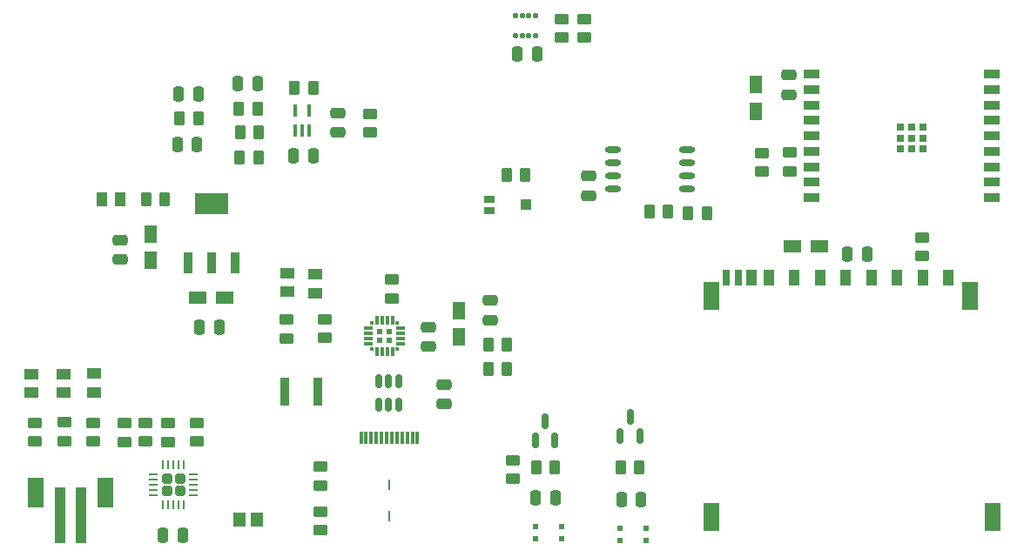
<source format=gbr>
%TF.GenerationSoftware,KiCad,Pcbnew,9.0.2*%
%TF.CreationDate,2025-06-28T16:23:08+05:30*%
%TF.ProjectId,ESP32 PCB,45535033-3220-4504-9342-2e6b69636164,rev?*%
%TF.SameCoordinates,Original*%
%TF.FileFunction,Paste,Top*%
%TF.FilePolarity,Positive*%
%FSLAX46Y46*%
G04 Gerber Fmt 4.6, Leading zero omitted, Abs format (unit mm)*
G04 Created by KiCad (PCBNEW 9.0.2) date 2025-06-28 16:23:08*
%MOMM*%
%LPD*%
G01*
G04 APERTURE LIST*
G04 Aperture macros list*
%AMRoundRect*
0 Rectangle with rounded corners*
0 $1 Rounding radius*
0 $2 $3 $4 $5 $6 $7 $8 $9 X,Y pos of 4 corners*
0 Add a 4 corners polygon primitive as box body*
4,1,4,$2,$3,$4,$5,$6,$7,$8,$9,$2,$3,0*
0 Add four circle primitives for the rounded corners*
1,1,$1+$1,$2,$3*
1,1,$1+$1,$4,$5*
1,1,$1+$1,$6,$7*
1,1,$1+$1,$8,$9*
0 Add four rect primitives between the rounded corners*
20,1,$1+$1,$2,$3,$4,$5,0*
20,1,$1+$1,$4,$5,$6,$7,0*
20,1,$1+$1,$6,$7,$8,$9,0*
20,1,$1+$1,$8,$9,$2,$3,0*%
G04 Aperture macros list end*
%ADD10O,1.600000X0.600000*%
%ADD11R,0.900000X0.300000*%
%ADD12R,0.400000X0.400000*%
%ADD13R,0.300000X0.900000*%
%ADD14R,0.540000X0.540000*%
%ADD15RoundRect,0.250000X0.450000X-0.262500X0.450000X0.262500X-0.450000X0.262500X-0.450000X-0.262500X0*%
%ADD16RoundRect,0.250000X-0.250000X-0.475000X0.250000X-0.475000X0.250000X0.475000X-0.250000X0.475000X0*%
%ADD17R,0.550000X0.570000*%
%ADD18R,1.000000X1.400000*%
%ADD19R,0.300000X1.200000*%
%ADD20R,0.200000X1.000000*%
%ADD21RoundRect,0.250000X0.250000X0.475000X-0.250000X0.475000X-0.250000X-0.475000X0.250000X-0.475000X0*%
%ADD22RoundRect,0.250000X0.262500X0.450000X-0.262500X0.450000X-0.262500X-0.450000X0.262500X-0.450000X0*%
%ADD23R,1.400000X1.000000*%
%ADD24R,1.230000X1.800000*%
%ADD25R,0.910000X2.810000*%
%ADD26RoundRect,0.250000X0.475000X-0.250000X0.475000X0.250000X-0.475000X0.250000X-0.475000X-0.250000X0*%
%ADD27RoundRect,0.250000X-0.262500X-0.450000X0.262500X-0.450000X0.262500X0.450000X-0.262500X0.450000X0*%
%ADD28R,1.200000X1.470000*%
%ADD29R,0.950000X2.150000*%
%ADD30R,3.250000X2.150000*%
%ADD31R,1.000000X5.500000*%
%ADD32R,1.600000X3.000000*%
%ADD33R,1.800000X1.230000*%
%ADD34RoundRect,0.250000X-0.450000X0.262500X-0.450000X-0.262500X0.450000X-0.262500X0.450000X0.262500X0*%
%ADD35RoundRect,0.250000X0.255000X0.255000X-0.255000X0.255000X-0.255000X-0.255000X0.255000X-0.255000X0*%
%ADD36RoundRect,0.062500X0.350000X0.062500X-0.350000X0.062500X-0.350000X-0.062500X0.350000X-0.062500X0*%
%ADD37RoundRect,0.062500X0.062500X0.350000X-0.062500X0.350000X-0.062500X-0.350000X0.062500X-0.350000X0*%
%ADD38R,1.100000X0.800000*%
%ADD39R,1.100000X1.000000*%
%ADD40RoundRect,0.150000X0.150000X-0.587500X0.150000X0.587500X-0.150000X0.587500X-0.150000X-0.587500X0*%
%ADD41RoundRect,0.150000X-0.150000X0.512500X-0.150000X-0.512500X0.150000X-0.512500X0.150000X0.512500X0*%
%ADD42RoundRect,0.056250X0.168750X-0.188750X0.168750X0.188750X-0.168750X0.188750X-0.168750X-0.188750X0*%
%ADD43RoundRect,0.250000X-0.475000X0.250000X-0.475000X-0.250000X0.475000X-0.250000X0.475000X0.250000X0*%
%ADD44R,1.500000X0.900000*%
%ADD45R,0.700000X0.700000*%
%ADD46RoundRect,0.100000X0.100000X-0.495000X0.100000X0.495000X-0.100000X0.495000X-0.100000X-0.495000X0*%
%ADD47R,1.000000X1.500000*%
%ADD48R,0.700000X1.500000*%
%ADD49R,1.500000X2.800000*%
G04 APERTURE END LIST*
D10*
%TO.C,U4*%
X212175000Y-100020000D03*
X212175000Y-101290000D03*
X212175000Y-102560000D03*
X212175000Y-103830000D03*
X204975000Y-103830000D03*
X204975000Y-102560000D03*
X204975000Y-101290000D03*
X204975000Y-100020000D03*
%TD*%
D11*
%TO.C,U3*%
X181200000Y-118900000D03*
X181200000Y-118400000D03*
X181200000Y-117900000D03*
X181200000Y-117400000D03*
D12*
X181500000Y-116900000D03*
D13*
X182000000Y-116600000D03*
X182500000Y-116600000D03*
X183000000Y-116600000D03*
X183500000Y-116600000D03*
D12*
X184000000Y-116900000D03*
D11*
X184300000Y-117400000D03*
X184300000Y-117900000D03*
X184300000Y-118400000D03*
X184300000Y-118900000D03*
D12*
X184000000Y-119400000D03*
D13*
X183500000Y-119700000D03*
X183000000Y-119700000D03*
X182500000Y-119700000D03*
X182000000Y-119700000D03*
D12*
X181500000Y-119400000D03*
D14*
X183200000Y-117700000D03*
X182300000Y-117700000D03*
X183200000Y-118600000D03*
X182300000Y-118600000D03*
%TD*%
D15*
%TO.C,R5*%
X154375000Y-128412500D03*
X154375000Y-126587500D03*
%TD*%
D16*
%TO.C,C15*%
X195650000Y-90675000D03*
X197550000Y-90675000D03*
%TD*%
D17*
%TO.C,S1*%
X205650000Y-136870000D03*
X208200000Y-136870000D03*
X205650000Y-138030000D03*
X208200000Y-138030000D03*
%TD*%
D18*
%TO.C,LED4*%
X157025000Y-104860000D03*
X155225000Y-104860000D03*
%TD*%
D19*
%TO.C,J1*%
X180450000Y-128015000D03*
X180950000Y-128015000D03*
X181450000Y-128015000D03*
X181950000Y-128015000D03*
X182450000Y-128015000D03*
X182950000Y-128015000D03*
X183450000Y-128015000D03*
X183950000Y-128015000D03*
X184450000Y-128015000D03*
X184950000Y-128015000D03*
X185450000Y-128015000D03*
X185950000Y-128015000D03*
D20*
X183200000Y-132595000D03*
X183200000Y-135695000D03*
%TD*%
D21*
%TO.C,C14*%
X229675000Y-110175000D03*
X227775000Y-110175000D03*
%TD*%
D22*
%TO.C,R29*%
X199312500Y-130950000D03*
X197487500Y-130950000D03*
%TD*%
D15*
%TO.C,R18*%
X235000000Y-110375000D03*
X235000000Y-108550000D03*
%TD*%
D23*
%TO.C,LED2*%
X151500000Y-123650000D03*
X151500000Y-121850000D03*
%TD*%
D21*
%TO.C,C20*%
X199350000Y-133850000D03*
X197450000Y-133850000D03*
%TD*%
D24*
%TO.C,C13*%
X218865000Y-93700000D03*
X218865000Y-96320000D03*
%TD*%
D25*
%TO.C,F1*%
X176245000Y-123575000D03*
X173005000Y-123575000D03*
%TD*%
D22*
%TO.C,R1X1*%
X214087500Y-106225000D03*
X212262500Y-106225000D03*
%TD*%
D23*
%TO.C,LED1*%
X148425000Y-123650000D03*
X148425000Y-121850000D03*
%TD*%
D26*
%TO.C,C9*%
X187000000Y-119175000D03*
X187000000Y-117275000D03*
%TD*%
D22*
%TO.C,R6*%
X161375000Y-104860000D03*
X159550000Y-104860000D03*
%TD*%
D15*
%TO.C,R31*%
X195200000Y-132062500D03*
X195200000Y-130237500D03*
%TD*%
D21*
%TO.C,C19*%
X207675000Y-134050000D03*
X205775000Y-134050000D03*
%TD*%
D24*
%TO.C,C3*%
X160000000Y-108190000D03*
X160000000Y-110810000D03*
%TD*%
D21*
%TO.C,C21*%
X170375000Y-93625000D03*
X168475000Y-93625000D03*
%TD*%
D24*
%TO.C,C8*%
X190000000Y-115640000D03*
X190000000Y-118260000D03*
%TD*%
D27*
%TO.C,R27*%
X194587500Y-102500000D03*
X196412500Y-102500000D03*
%TD*%
D15*
%TO.C,R16*%
X173225000Y-118350000D03*
X173225000Y-116525000D03*
%TD*%
D22*
%TO.C,R14*%
X210312500Y-106000000D03*
X208487500Y-106000000D03*
%TD*%
D28*
%TO.C,FB1*%
X168640000Y-136000000D03*
X170360000Y-136000000D03*
%TD*%
D29*
%TO.C,VR1*%
X163625000Y-111060000D03*
X165925000Y-111060000D03*
X168225000Y-111060000D03*
D30*
X165925000Y-105260000D03*
%TD*%
D16*
%TO.C,C18*%
X173900000Y-100610000D03*
X175800000Y-100610000D03*
%TD*%
D26*
%TO.C,C5*%
X188500000Y-124750000D03*
X188500000Y-122850000D03*
%TD*%
D22*
%TO.C,R25*%
X170525000Y-98325000D03*
X168700000Y-98325000D03*
%TD*%
D15*
%TO.C,R15*%
X176925000Y-118312500D03*
X176925000Y-116487500D03*
%TD*%
D27*
%TO.C,R30*%
X205712500Y-130950000D03*
X207537500Y-130950000D03*
%TD*%
%TO.C,R22*%
X174000000Y-94000000D03*
X175825000Y-94000000D03*
%TD*%
D31*
%TO.C,J3*%
X151200000Y-135600000D03*
X153200000Y-135600000D03*
D32*
X148800000Y-133350000D03*
X155600000Y-133350000D03*
%TD*%
D33*
%TO.C,C12*%
X225025000Y-109375000D03*
X222405000Y-109375000D03*
%TD*%
D15*
%TO.C,R17*%
X219425000Y-102150000D03*
X219425000Y-100325000D03*
%TD*%
D33*
%TO.C,C2*%
X167170000Y-114385000D03*
X164550000Y-114385000D03*
%TD*%
D15*
%TO.C,R9*%
X159500000Y-128412500D03*
X159500000Y-126587500D03*
%TD*%
%TO.C,R28*%
X181350000Y-98337500D03*
X181350000Y-96512500D03*
%TD*%
D34*
%TO.C,R2*%
X176470000Y-130832500D03*
X176470000Y-132657500D03*
%TD*%
D35*
%TO.C,U1*%
X162850000Y-133237500D03*
X162850000Y-131987500D03*
X161600000Y-133237500D03*
X161600000Y-131987500D03*
D36*
X164162500Y-133612500D03*
X164162500Y-133112500D03*
X164162500Y-132612500D03*
X164162500Y-132112500D03*
X164162500Y-131612500D03*
D37*
X163225000Y-130675000D03*
X162725000Y-130675000D03*
X162225000Y-130675000D03*
X161725000Y-130675000D03*
X161225000Y-130675000D03*
D36*
X160287500Y-131612500D03*
X160287500Y-132112500D03*
X160287500Y-132612500D03*
X160287500Y-133112500D03*
X160287500Y-133612500D03*
D37*
X161225000Y-134550000D03*
X161725000Y-134550000D03*
X162225000Y-134550000D03*
X162725000Y-134550000D03*
X163225000Y-134550000D03*
%TD*%
D15*
%TO.C,R8*%
X164500000Y-128412500D03*
X164500000Y-126587500D03*
%TD*%
D23*
%TO.C,LED6*%
X176000000Y-113962500D03*
X176000000Y-112162500D03*
%TD*%
D38*
%TO.C,Q1*%
X192970000Y-104825000D03*
X192970000Y-105925000D03*
D39*
X196480000Y-105375000D03*
%TD*%
D22*
%TO.C,R26*%
X170412500Y-96000000D03*
X168587500Y-96000000D03*
%TD*%
D40*
%TO.C,Q2*%
X197400000Y-128325000D03*
X199300000Y-128325000D03*
X198350000Y-126450000D03*
%TD*%
D23*
%TO.C,LED3*%
X154475000Y-123600000D03*
X154475000Y-121800000D03*
%TD*%
D21*
%TO.C,C16*%
X164625000Y-94600000D03*
X162725000Y-94600000D03*
%TD*%
D16*
%TO.C,C6*%
X161225000Y-137500000D03*
X163125000Y-137500000D03*
%TD*%
D34*
%TO.C,R19*%
X222115000Y-100312500D03*
X222115000Y-102137500D03*
%TD*%
%TO.C,R21*%
X199975000Y-87287500D03*
X199975000Y-89112500D03*
%TD*%
D22*
%TO.C,R24*%
X170462500Y-100775000D03*
X168637500Y-100775000D03*
%TD*%
D41*
%TO.C,U2*%
X184100000Y-122537500D03*
X183150000Y-122537500D03*
X182200000Y-122537500D03*
X182200000Y-124812500D03*
X183150000Y-124812500D03*
X184100000Y-124812500D03*
%TD*%
D16*
%TO.C,C22*%
X162600000Y-99500000D03*
X164500000Y-99500000D03*
%TD*%
D42*
%TO.C,U6*%
X195475000Y-86955000D03*
X196125000Y-86955000D03*
X196775000Y-86955000D03*
X197425000Y-86955000D03*
X197425000Y-88895000D03*
X196775000Y-88895000D03*
X196125000Y-88895000D03*
X195475000Y-88895000D03*
%TD*%
D43*
%TO.C,C4*%
X157025000Y-108800000D03*
X157025000Y-110700000D03*
%TD*%
D15*
%TO.C,R1*%
X176520000Y-137057500D03*
X176520000Y-135232500D03*
%TD*%
D34*
%TO.C,R20*%
X202175000Y-87300000D03*
X202175000Y-89125000D03*
%TD*%
D15*
%TO.C,R4*%
X151625000Y-128375000D03*
X151625000Y-126550000D03*
%TD*%
%TO.C,R10*%
X157475000Y-128425000D03*
X157475000Y-126600000D03*
%TD*%
D26*
%TO.C,C17*%
X178200000Y-98325000D03*
X178200000Y-96425000D03*
%TD*%
D43*
%TO.C,C10*%
X202575000Y-102575000D03*
X202575000Y-104475000D03*
%TD*%
D40*
%TO.C,Q3*%
X205675000Y-127862500D03*
X207575000Y-127862500D03*
X206625000Y-125987500D03*
%TD*%
D22*
%TO.C,R23*%
X164650000Y-97000000D03*
X162825000Y-97000000D03*
%TD*%
D26*
%TO.C,C11*%
X222090000Y-94650000D03*
X222090000Y-92750000D03*
%TD*%
D21*
%TO.C,C1*%
X166650000Y-117285000D03*
X164750000Y-117285000D03*
%TD*%
D44*
%TO.C,U5*%
X224300000Y-92675000D03*
X224300000Y-94175000D03*
X224300000Y-95675000D03*
X224300000Y-97175000D03*
X224300000Y-98675000D03*
X224300000Y-100175000D03*
X224300000Y-101675000D03*
X224300000Y-103175000D03*
X224300000Y-104675000D03*
X241800000Y-104675000D03*
X241800000Y-103175000D03*
X241800000Y-101675000D03*
X241800000Y-100175000D03*
X241800000Y-98675000D03*
X241800000Y-97175000D03*
X241800000Y-95675000D03*
X241800000Y-94175000D03*
X241800000Y-92675000D03*
D45*
X232910000Y-97775000D03*
X234010000Y-97775000D03*
X235110000Y-97775000D03*
X232910000Y-98875000D03*
X234010000Y-98875000D03*
X235110000Y-98875000D03*
X232910000Y-99975000D03*
X234010000Y-99975000D03*
X235110000Y-99975000D03*
%TD*%
D43*
%TO.C,C7*%
X193050000Y-114700000D03*
X193050000Y-116600000D03*
%TD*%
D15*
%TO.C,R7*%
X161725000Y-128437500D03*
X161725000Y-126612500D03*
%TD*%
%TO.C,R3*%
X148725000Y-128387500D03*
X148725000Y-126562500D03*
%TD*%
D22*
%TO.C,R11*%
X194637500Y-121375000D03*
X192812500Y-121375000D03*
%TD*%
D23*
%TO.C,LED5*%
X173275000Y-113812500D03*
X173275000Y-112012500D03*
%TD*%
D46*
%TO.C,U7*%
X174075000Y-98120000D03*
X174725000Y-98120000D03*
X175375000Y-98120000D03*
X175375000Y-96200000D03*
X174075000Y-96200000D03*
%TD*%
D17*
%TO.C,S2*%
X197425000Y-136670000D03*
X199975000Y-136670000D03*
X197425000Y-137830000D03*
X199975000Y-137830000D03*
%TD*%
D34*
%TO.C,R13*%
X183475000Y-112637500D03*
X183475000Y-114462500D03*
%TD*%
D27*
%TO.C,R12*%
X192812500Y-118975000D03*
X194637500Y-118975000D03*
%TD*%
D47*
%TO.C,Jx1*%
X235075000Y-112450000D03*
X232575000Y-112450000D03*
X230075000Y-112450000D03*
X227575000Y-112450000D03*
X225075000Y-112450000D03*
X222575000Y-112450000D03*
X220150000Y-112450000D03*
X218450000Y-112450000D03*
X237575000Y-112450000D03*
D48*
X217150000Y-112450000D03*
D49*
X214550000Y-114250000D03*
X239650000Y-114250000D03*
X241850000Y-135750000D03*
X214550000Y-135750000D03*
D48*
X215950000Y-112450000D03*
%TD*%
M02*

</source>
